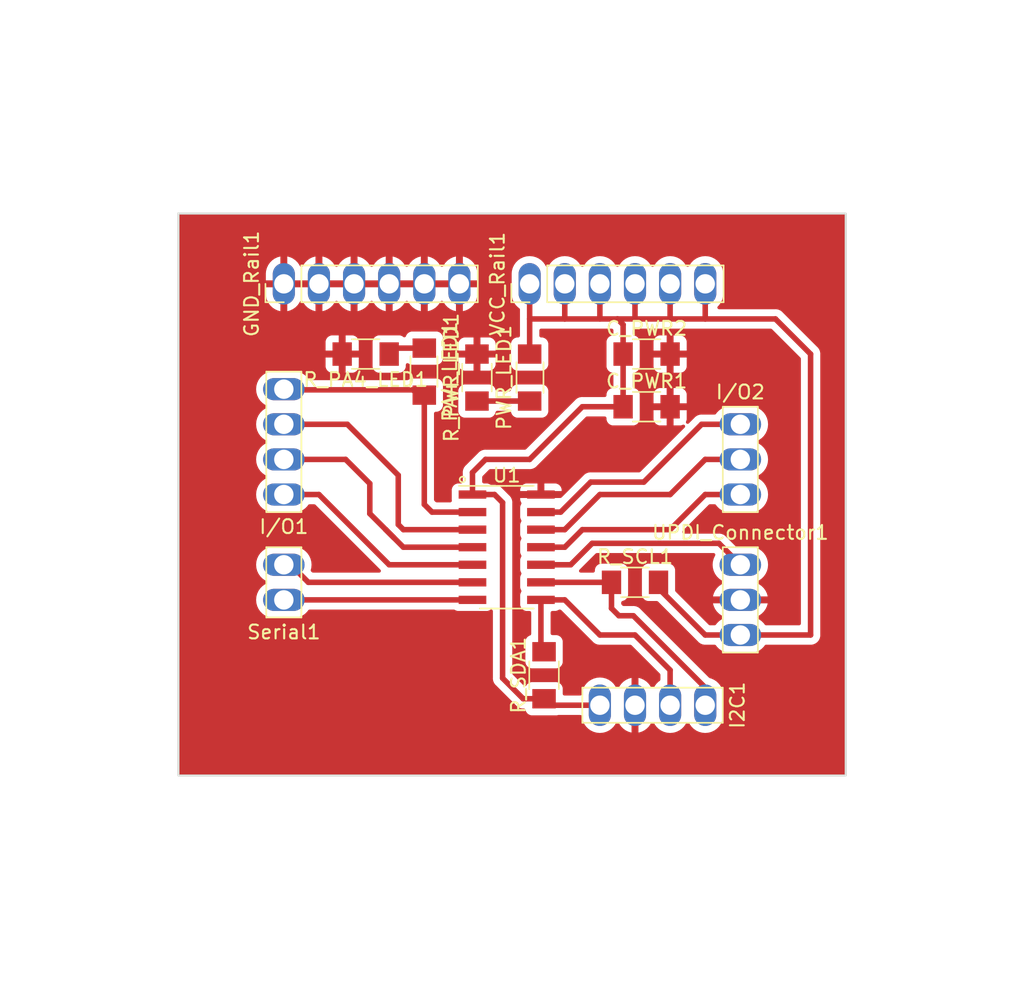
<source format=kicad_pcb>
(kicad_pcb (version 20221018) (generator pcbnew)
  (layers (0 "F.Cu" signal) (31 "B.Cu" signal) (34 "B.Paste" user) (35 "F.Paste" user) (36 "B.SilkS" user "B.Silkscreen") (37 "F.SilkS" user "F.Silkscreen") (38 "B.Mask" user) (39 "F.Mask" user) (44 "Edge.Cuts" user))
  (net 0 "")
  (net 1 "VCC")
  (net 2 "GND")
  (net 3 "Net-(I/O1-Pin_2)")
  (net 4 "Net-(I/O1-Pin_3)")
  (net 5 "PA4")
  (net 6 "Net-(I/O1-Pin_1)")
  (net 7 "Net-(I/O2-Pin_2)")
  (net 8 "Net-(I/O2-Pin_3)")
  (net 9 "Net-(I/O2-Pin_1)")
  (net 10 "SDA")
  (net 11 "SCL")
  (net 12 "Net-(PA4_LED1-K)")
  (net 13 "Net-(PWR_LED1-K)")
  (net 14 "RXD")
  (net 15 "TXD")
  (net 16 "UPDI")
  (footprint "fab:PinHeader_1x03_P2.54mm_Vertical_THT_D1.4mm" (layer "F.Cu") (at 175.26 86.36)
    (fp_text reference "UPDI_Connector1" (at 0 -2.33) (layer "F.SilkS"))
    (fp_text value "Conn_PinHeader_1x03_P2.54mm_Vertical_THT_D1.4mm")
    (fp_line (start -1.27 -1.27) (end -1.27 6.35) (stroke (width 0.12)) (layer "F.SilkS"))
    (fp_line (start -1.27 -1.27) (end 1.27 -1.27) (stroke (width 0.12)) (layer "F.SilkS"))
    (fp_line (start -1.27 6.35) (end 1.27 6.35) (stroke (width 0.12)) (layer "F.SilkS"))
    (fp_line (start 1.27 -1.27) (end 1.27 6.35) (stroke (width 0.12)) (layer "F.SilkS"))
    (pad "1" thru_hole oval (at 0 0) (size 3 1.6) (drill 1.4) (layers "*.Cu" "*.Mask") (net 16 "UPDI"))
    (pad "2" thru_hole oval (at 0 2.54) (size 3 1.6) (drill 1.4) (layers "*.Cu" "*.Mask") (net 2 "GND"))
    (pad "3" thru_hole oval (at 0 5.08) (size 3 1.6) (drill 1.4) (layers "*.Cu" "*.Mask") (net 1 "VCC"))
  )
  (footprint "fab:C_1206" (layer "F.Cu") (at 168.48 74.93)
    (fp_text reference "C_PWR1" (at 0 -1.85) (layer "F.SilkS"))
    (fp_text value "1uf")
    (fp_line (start -1 -1.07) (end 1 -1.07) (stroke (width 0.12)) (layer "F.SilkS"))
    (fp_line (start 1 1.07) (end -1 1.07) (stroke (width 0.12)) (layer "F.SilkS"))
    (pad "1" smd rect (at -1.7 0) (size 1.4 1.7) (layers "F.Cu" "F.Paste" "F.Mask") (net 1 "VCC"))
    (pad "2" smd rect (at 1.7 0) (size 1.4 1.7) (layers "F.Cu" "F.Paste" "F.Mask") (net 2 "GND"))
  )
  (footprint "fab:PinHeader_1x02_P2.54mm_Vertical_THT_D1.4mm" (layer "F.Cu") (at 142.24 88.9 180)
    (fp_text reference "Serial1" (at 0 -2.33) (layer "F.SilkS"))
    (fp_text value "Conn_PinHeader_1x02_P2.54mm_Vertical_THT_D1.4mm")
    (fp_line (start -1.27 -1.27) (end -1.27 3.81) (stroke (width 0.12)) (layer "F.SilkS"))
    (fp_line (start -1.27 -1.27) (end 1.27 -1.27) (stroke (width 0.12)) (layer "F.SilkS"))
    (fp_line (start -1.27 3.81) (end 1.27 3.81) (stroke (width 0.12)) (layer "F.SilkS"))
    (fp_line (start 1.27 -1.27) (end 1.27 3.81) (stroke (width 0.12)) (layer "F.SilkS"))
    (pad "1" thru_hole oval (at 0 0 180) (size 3 1.6) (drill 1.4) (layers "*.Cu" "*.Mask") (net 15 "TXD"))
    (pad "2" thru_hole oval (at 0 2.54 180) (size 3 1.6) (drill 1.4) (layers "*.Cu" "*.Mask") (net 14 "RXD"))
  )
  (footprint "fab:LED_1206" (layer "F.Cu") (at 160.02 72.82 90)
    (fp_text reference "PWR_LED1" (at 0 -1.85 90) (layer "F.SilkS"))
    (fp_text value "LED")
    (fp_line (start -1.1 -0.95) (end 1.1 -0.95) (stroke (width 0.12)) (layer "F.SilkS"))
    (fp_line (start -1.1 1) (end 1.1 1) (stroke (width 0.12)) (layer "F.SilkS"))
    (pad "1" smd rect (at -1.7 0 90) (size 1.4 1.7) (layers "F.Cu" "F.Paste" "F.Mask") (net 13 "Net-(PWR_LED1-K)"))
    (pad "2" smd rect (at 1.7 0 90) (size 1.4 1.7) (layers "F.Cu" "F.Paste" "F.Mask") (net 1 "VCC"))
  )
  (footprint "fab:PinHeader_1x03_P2.54mm_Vertical_THT_D1.4mm" (layer "F.Cu") (at 175.26 76.2)
    (fp_text reference "I/O2" (at 0 -2.33) (layer "F.SilkS"))
    (fp_text value "Conn_PinHeader_1x03_P2.54mm_Vertical_THT_D1.4mm")
    (fp_line (start -1.27 -1.27) (end -1.27 6.35) (stroke (width 0.12)) (layer "F.SilkS"))
    (fp_line (start -1.27 -1.27) (end 1.27 -1.27) (stroke (width 0.12)) (layer "F.SilkS"))
    (fp_line (start -1.27 6.35) (end 1.27 6.35) (stroke (width 0.12)) (layer "F.SilkS"))
    (fp_line (start 1.27 -1.27) (end 1.27 6.35) (stroke (width 0.12)) (layer "F.SilkS"))
    (pad "1" thru_hole oval (at 0 0) (size 3 1.6) (drill 1.4) (layers "*.Cu" "*.Mask") (net 9 "Net-(I/O2-Pin_1)"))
    (pad "2" thru_hole oval (at 0 2.54) (size 3 1.6) (drill 1.4) (layers "*.Cu" "*.Mask") (net 7 "Net-(I/O2-Pin_2)"))
    (pad "3" thru_hole oval (at 0 5.08) (size 3 1.6) (drill 1.4) (layers "*.Cu" "*.Mask") (net 8 "Net-(I/O2-Pin_3)"))
  )
  (footprint "fab:R_1206" (layer "F.Cu") (at 167.64 87.63)
    (fp_text reference "R_SCL1" (at 0 -1.85) (layer "F.SilkS"))
    (fp_text value "4.7k")
    (fp_line (start -1 -1.07) (end 1 -1.07) (stroke (width 0.12)) (layer "F.SilkS"))
    (fp_line (start 1 1.07) (end -1 1.07) (stroke (width 0.12)) (layer "F.SilkS"))
    (pad "1" smd rect (at -1.7 0) (size 1.4 1.7) (layers "F.Cu" "F.Paste" "F.Mask") (net 11 "SCL"))
    (pad "2" smd rect (at 1.7 0) (size 1.4 1.7) (layers "F.Cu" "F.Paste" "F.Mask") (net 1 "VCC"))
  )
  (footprint "fab:PinHeader_1x04_P2.54mm_Vertical_THT_D1.4mm" (layer "F.Cu") (at 172.72 96.52 -90)
    (fp_text reference "I2C1" (at 0 -2.33 90) (layer "F.SilkS"))
    (fp_text value "Conn_PinHeader_1x04_P2.54mm_Vertical_THT_D1.4mm")
    (fp_line (start -1.27 -1.27) (end -1.27 8.89) (stroke (width 0.12)) (layer "F.SilkS"))
    (fp_line (start -1.27 -1.27) (end 1.27 -1.27) (stroke (width 0.12)) (layer "F.SilkS"))
    (fp_line (start -1.27 8.89) (end 1.27 8.89) (stroke (width 0.12)) (layer "F.SilkS"))
    (fp_line (start 1.27 -1.27) (end 1.27 8.89) (stroke (width 0.12)) (layer "F.SilkS"))
    (pad "1" thru_hole oval (at 0 0 270) (size 3 1.6) (drill 1.4) (layers "*.Cu" "*.Mask") (net 11 "SCL"))
    (pad "2" thru_hole oval (at 0 2.54 270) (size 3 1.6) (drill 1.4) (layers "*.Cu" "*.Mask") (net 10 "SDA"))
    (pad "3" thru_hole oval (at 0 5.08 270) (size 3 1.6) (drill 1.4) (layers "*.Cu" "*.Mask") (net 2 "GND"))
    (pad "4" thru_hole oval (at 0 7.62 270) (size 3 1.6) (drill 1.4) (layers "*.Cu" "*.Mask") (net 1 "VCC"))
  )
  (footprint "fab:R_1206" (layer "F.Cu") (at 148.16 71.12 180)
    (fp_text reference "R_PA4_LED1" (at 0 -1.85) (layer "F.SilkS"))
    (fp_text value "499")
    (fp_line (start -1 -1.07) (end 1 -1.07) (stroke (width 0.12)) (layer "F.SilkS"))
    (fp_line (start 1 1.07) (end -1 1.07) (stroke (width 0.12)) (layer "F.SilkS"))
    (pad "1" smd rect (at -1.7 0 180) (size 1.4 1.7) (layers "F.Cu" "F.Paste" "F.Mask") (net 12 "Net-(PA4_LED1-K)"))
    (pad "2" smd rect (at 1.7 0 180) (size 1.4 1.7) (layers "F.Cu" "F.Paste" "F.Mask") (net 2 "GND"))
  )
  (footprint "fab:PinHeader_1x06_P2.54mm_Vertical_THT_D1.4mm" (layer "F.Cu") (at 160.02 66.04 90)
    (fp_text reference "VCC_Rail1" (at 0 -2.33 90) (layer "F.SilkS"))
    (fp_text value "Conn_PinHeader_1x06_P2.54mm_Vertical_THT_D1.4mm")
    (fp_line (start -1.33 -1.33) (end 0 -1.33) (stroke (width 0.12)) (layer "F.SilkS"))
    (fp_line (start -1.33 0) (end -1.33 -1.33) (stroke (width 0.12)) (layer "F.SilkS"))
    (fp_line (start -1.33 1.27) (end -1.33 14.03) (stroke (width 0.12)) (layer "F.SilkS"))
    (fp_line (start -1.33 1.27) (end 1.33 1.27) (stroke (width 0.12)) (layer "F.SilkS"))
    (fp_line (start -1.33 14.03) (end 1.33 14.03) (stroke (width 0.12)) (layer "F.SilkS"))
    (fp_line (start 1.33 1.27) (end 1.33 14.03) (stroke (width 0.12)) (layer "F.SilkS"))
    (pad "1" thru_hole oval (at 0 0 90) (size 3 1.6) (drill 1.4) (layers "*.Cu" "*.Mask") (net 1 "VCC"))
    (pad "2" thru_hole oval (at 0 2.54 90) (size 3 1.6) (drill 1.4) (layers "*.Cu" "*.Mask") (net 1 "VCC"))
    (pad "3" thru_hole oval (at 0 5.08 90) (size 3 1.6) (drill 1.4) (layers "*.Cu" "*.Mask") (net 1 "VCC"))
    (pad "4" thru_hole oval (at 0 7.62 90) (size 3 1.6) (drill 1.4) (layers "*.Cu" "*.Mask") (net 1 "VCC"))
    (pad "5" thru_hole oval (at 0 10.16 90) (size 3 1.6) (drill 1.4) (layers "*.Cu" "*.Mask") (net 1 "VCC"))
    (pad "6" thru_hole oval (at 0 12.7 90) (size 3 1.6) (drill 1.4) (layers "*.Cu" "*.Mask") (net 1 "VCC"))
  )
  (footprint "fab:R_1206" (layer "F.Cu") (at 161.0617 94.350774 90)
    (fp_text reference "R_SDA1" (at 0 -1.85 90) (layer "F.SilkS"))
    (fp_text value "4.7k")
    (fp_line (start -1 -1.07) (end 1 -1.07) (stroke (width 0.12)) (layer "F.SilkS"))
    (fp_line (start 1 1.07) (end -1 1.07) (stroke (width 0.12)) (layer "F.SilkS"))
    (pad "1" smd rect (at -1.7 0 90) (size 1.4 1.7) (layers "F.Cu" "F.Paste" "F.Mask") (net 1 "VCC"))
    (pad "2" smd rect (at 1.7 0 90) (size 1.4 1.7) (layers "F.Cu" "F.Paste" "F.Mask") (net 10 "SDA"))
  )
  (footprint "fab:R_1206" (layer "F.Cu") (at 156.21 72.82 90)
    (fp_text reference "R_PWR_LED1" (at 0 -1.85 90) (layer "F.SilkS"))
    (fp_text value "499")
    (fp_line (start -1 -1.07) (end 1 -1.07) (stroke (width 0.12)) (layer "F.SilkS"))
    (fp_line (start 1 1.07) (end -1 1.07) (stroke (width 0.12)) (layer "F.SilkS"))
    (pad "1" smd rect (at -1.7 0 90) (size 1.4 1.7) (layers "F.Cu" "F.Paste" "F.Mask") (net 13 "Net-(PWR_LED1-K)"))
    (pad "2" smd rect (at 1.7 0 90) (size 1.4 1.7) (layers "F.Cu" "F.Paste" "F.Mask") (net 2 "GND"))
  )
  (footprint "fab:SOIC-14_3.9x8.7mm_P1.27mm" (layer "F.Cu") (at 158.36 85.09)
    (fp_text reference "U1" (at 0 -5.2) (layer "F.SilkS"))
    (fp_text value "Microcontroller_ATtiny1614-SSFR")
    (fp_line (start 0 -4.435) (end -3.45 -4.435) (stroke (width 0.12)) (layer "F.SilkS"))
    (fp_line (start 0 -4.435) (end 1.95 -4.435) (stroke (width 0.12)) (layer "F.SilkS"))
    (fp_line (start 0 4.435) (end -1.95 4.435) (stroke (width 0.12)) (layer "F.SilkS"))
    (fp_line (start 0 4.435) (end 1.95 4.435) (stroke (width 0.12)) (layer "F.SilkS"))
    (fp_circle (center -3.2 -4.9) (end -3.2 -4.7) (stroke (width 0.12)) (fill none) (layer "F.SilkS"))
    (pad "1" smd rect (at -2.475 -3.81) (size 2 0.6) (layers "F.Cu" "F.Paste" "F.Mask") (net 1 "VCC"))
    (pad "2" smd rect (at -2.475 -2.54) (size 2 0.6) (layers "F.Cu" "F.Paste" "F.Mask") (net 5 "PA4"))
    (pad "3" smd rect (at -2.475 -1.27) (size 2 0.6) (layers "F.Cu" "F.Paste" "F.Mask") (net 4 "Net-(I/O1-Pin_3)"))
    (pad "4" smd rect (at -2.475 0) (size 2 0.6) (layers "F.Cu" "F.Paste" "F.Mask") (net 3 "Net-(I/O1-Pin_2)"))
    (pad "5" smd rect (at -2.475 1.27) (size 2 0.6) (layers "F.Cu" "F.Paste" "F.Mask") (net 6 "Net-(I/O1-Pin_1)"))
    (pad "6" smd rect (at -2.475 2.54) (size 2 0.6) (layers "F.Cu" "F.Paste" "F.Mask") (net 14 "RXD"))
    (pad "7" smd rect (at -2.475 3.81) (size 2 0.6) (layers "F.Cu" "F.Paste" "F.Mask") (net 15 "TXD"))
    (pad "8" smd rect (at 2.475 3.81) (size 2 0.6) (layers "F.Cu" "F.Paste" "F.Mask") (net 10 "SDA"))
    (pad "9" smd rect (at 2.475 2.54) (size 2 0.6) (layers "F.Cu" "F.Paste" "F.Mask") (net 11 "SCL"))
    (pad "10" smd rect (at 2.475 1.27) (size 2 0.6) (layers "F.Cu" "F.Paste" "F.Mask") (net 16 "UPDI"))
    (pad "11" smd rect (at 2.475 0) (size 2 0.6) (layers "F.Cu" "F.Paste" "F.Mask") (net 8 "Net-(I/O2-Pin_3)"))
    (pad "12" smd rect (at 2.475 -1.27) (size 2 0.6) (layers "F.Cu" "F.Paste" "F.Mask") (net 7 "Net-(I/O2-Pin_2)"))
    (pad "13" smd rect (at 2.475 -2.54) (size 2 0.6) (layers "F.Cu" "F.Paste" "F.Mask") (net 9 "Net-(I/O2-Pin_1)"))
    (pad "14" smd rect (at 2.475 -3.81) (size 2 0.6) (layers "F.Cu" "F.Paste" "F.Mask") (net 2 "GND"))
  )
  (footprint "fab:LED_1206" (layer "F.Cu") (at 152.4 72.39 -90)
    (fp_text reference "PA4_LED1" (at 0 -1.85 90) (layer "F.SilkS"))
    (fp_text value "LED")
    (fp_line (start -1.1 -0.95) (end 1.1 -0.95) (stroke (width 0.12)) (layer "F.SilkS"))
    (fp_line (start -1.1 1) (end 1.1 1) (stroke (width 0.12)) (layer "F.SilkS"))
    (pad "1" smd rect (at -1.7 0 270) (size 1.4 1.7) (layers "F.Cu" "F.Paste" "F.Mask") (net 12 "Net-(PA4_LED1-K)"))
    (pad "2" smd rect (at 1.7 0 270) (size 1.4 1.7) (layers "F.Cu" "F.Paste" "F.Mask") (net 5 "PA4"))
  )
  (footprint "fab:C_1206" (layer "F.Cu") (at 168.48 71.12)
    (fp_text reference "C_PWR2" (at 0 -1.85) (layer "F.SilkS"))
    (fp_text value "10uf")
    (fp_line (start -1 -1.07) (end 1 -1.07) (stroke (width 0.12)) (layer "F.SilkS"))
    (fp_line (start 1 1.07) (end -1 1.07) (stroke (width 0.12)) (layer "F.SilkS"))
    (pad "1" smd rect (at -1.7 0) (size 1.4 1.7) (layers "F.Cu" "F.Paste" "F.Mask") (net 1 "VCC"))
    (pad "2" smd rect (at 1.7 0) (size 1.4 1.7) (layers "F.Cu" "F.Paste" "F.Mask") (net 2 "GND"))
  )
  (footprint "fab:PinHeader_1x04_P2.54mm_Vertical_THT_D1.4mm" (layer "F.Cu") (at 142.24 81.28 180)
    (fp_text reference "I/O1" (at 0 -2.33) (layer "F.SilkS"))
    (fp_text value "Conn_PinHeader_1x04_P2.54mm_Vertical_THT_D1.4mm")
    (fp_line (start -1.27 -1.27) (end -1.27 8.89) (stroke (width 0.12)) (layer "F.SilkS"))
    (fp_line (start -1.27 -1.27) (end 1.27 -1.27) (stroke (width 0.12)) (layer "F.SilkS"))
    (fp_line (start -1.27 8.89) (end 1.27 8.89) (stroke (width 0.12)) (layer "F.SilkS"))
    (fp_line (start 1.27 -1.27) (end 1.27 8.89) (stroke (width 0.12)) (layer "F.SilkS"))
    (pad "1" thru_hole oval (at 0 0 180) (size 3 1.6) (drill 1.4) (layers "*.Cu" "*.Mask") (net 6 "Net-(I/O1-Pin_1)"))
    (pad "2" thru_hole oval (at 0 2.54 180) (size 3 1.6) (drill 1.4) (layers "*.Cu" "*.Mask") (net 3 "Net-(I/O1-Pin_2)"))
    (pad "3" thru_hole oval (at 0 5.08 180) (size 3 1.6) (drill 1.4) (layers "*.Cu" "*.Mask") (net 4 "Net-(I/O1-Pin_3)"))
    (pad "4" thru_hole oval (at 0 7.62 180) (size 3 1.6) (drill 1.4) (layers "*.Cu" "*.Mask") (net 5 "PA4"))
  )
  (footprint "fab:PinHeader_1x06_P2.54mm_Vertical_THT_D1.4mm" (layer "F.Cu") (at 142.24 66.04 90)
    (fp_text reference "GND_Rail1" (at 0 -2.33 90) (layer "F.SilkS"))
    (fp_text value "Conn_PinHeader_1x06_P2.54mm_Vertical_THT_D1.4mm")
    (fp_line (start -1.33 -1.33) (end 0 -1.33) (stroke (width 0.12)) (layer "F.SilkS"))
    (fp_line (start -1.33 0) (end -1.33 -1.33) (stroke (width 0.12)) (layer "F.SilkS"))
    (fp_line (start -1.33 1.27) (end -1.33 14.03) (stroke (width 0.12)) (layer "F.SilkS"))
    (fp_line (start -1.33 1.27) (end 1.33 1.27) (stroke (width 0.12)) (layer "F.SilkS"))
    (fp_line (start -1.33 14.03) (end 1.33 14.03) (stroke (width 0.12)) (layer "F.SilkS"))
    (fp_line (start 1.33 1.27) (end 1.33 14.03) (stroke (width 0.12)) (layer "F.SilkS"))
    (pad "1" thru_hole oval (at 0 0 90) (size 3 1.6) (drill 1.4) (layers "*.Cu" "*.Mask") (net 2 "GND"))
    (pad "2" thru_hole oval (at 0 2.54 90) (size 3 1.6) (drill 1.4) (layers "*.Cu" "*.Mask") (net 2 "GND"))
    (pad "3" thru_hole oval (at 0 5.08 90) (size 3 1.6) (drill 1.4) (layers "*.Cu" "*.Mask") (net 2 "GND"))
    (pad "4" thru_hole oval (at 0 7.62 90) (size 3 1.6) (drill 1.4) (layers "*.Cu" "*.Mask") (net 2 "GND"))
    (pad "5" thru_hole oval (at 0 10.16 90) (size 3 1.6) (drill 1.4) (layers "*.Cu" "*.Mask") (net 2 "GND"))
    (pad "6" thru_hole oval (at 0 12.7 90) (size 3 1.6) (drill 1.4) (layers "*.Cu" "*.Mask") (net 2 "GND"))
  )
  (gr_rect (start 134.62 60.96) (end 182.88 101.6) (stroke (width 0.15)) (fill none) (layer "Edge.Cuts"))
  (segment (start 166.78 71.12) (end 166.78 74.93) (width 0.4) (layer "F.Cu") (net 1))
  (segment (start 160.02 68.58) (end 162.56 68.58) (width 0.4) (layer "F.Cu") (net 1))
  (segment (start 155.885 79.685) (end 155.885 81.28) (width 0.4) (layer "F.Cu") (net 1))
  (segment (start 161.530926 96.52) (end 165.1 96.52) (width 0.4) (layer "F.Cu") (net 1))
  (segment (start 158.062646 94.562646) (end 159.550774 96.050774) (width 0.4) (layer "F.Cu") (net 1))
  (segment (start 159.550774 96.050774) (end 161.0617 96.050774) (width 0.4) (layer "F.Cu") (net 1))
  (segment (start 177.8 68.58) (end 180.34 71.12) (width 0.4) (layer "F.Cu") (net 1))
  (segment (start 166.78 68.99) (end 166.37 68.58) (width 0.4) (layer "F.Cu") (net 1))
  (segment (start 158.062646 81.862646) (end 158.062646 94.562646) (width 0.4) (layer "F.Cu") (net 1))
  (segment (start 170.18 68.58) (end 167.64 68.58) (width 0.4) (layer "F.Cu") (net 1))
  (segment (start 163.83 74.93) (end 160.02 78.74) (width 0.4) (layer "F.Cu") (net 1))
  (segment (start 166.37 68.58) (end 167.64 68.58) (width 0.4) (layer "F.Cu") (net 1))
  (segment (start 172.72 68.58) (end 177.8 68.58) (width 0.4) (layer "F.Cu") (net 1))
  (segment (start 172.72 66.04) (end 172.72 68.58) (width 0.4) (layer "F.Cu") (net 1))
  (segment (start 180.34 71.12) (end 180.34 91.44) (width 0.4) (layer "F.Cu") (net 1))
  (segment (start 170.18 66.04) (end 170.18 68.58) (width 0.4) (layer "F.Cu") (net 1))
  (segment (start 165.1 66.04) (end 165.1 68.58) (width 0.4) (layer "F.Cu") (net 1))
  (segment (start 172.72 91.44) (end 175.26 91.44) (width 0.4) (layer "F.Cu") (net 1))
  (segment (start 160.02 66.04) (end 160.02 68.58) (width 0.4) (layer "F.Cu") (net 1))
  (segment (start 166.78 74.93) (end 163.83 74.93) (width 0.4) (layer "F.Cu") (net 1))
  (segment (start 162.56 66.04) (end 162.56 68.58) (width 0.4) (layer "F.Cu") (net 1))
  (segment (start 161.0617 96.050774) (end 161.530926 96.52) (width 0.4) (layer "F.Cu") (net 1))
  (segment (start 169.34 87.63) (end 169.34 88.06) (width 0.4) (layer "F.Cu") (net 1))
  (segment (start 156.83 78.74) (end 155.885 79.685) (width 0.4) (layer "F.Cu") (net 1))
  (segment (start 160.02 78.74) (end 156.83 78.74) (width 0.4) (layer "F.Cu") (net 1))
  (segment (start 166.78 68.99) (end 166.78 71.12) (width 0.4) (layer "F.Cu") (net 1))
  (segment (start 162.56 68.58) (end 166.37 68.58) (width 0.4) (layer "F.Cu") (net 1))
  (segment (start 180.34 91.44) (end 175.26 91.44) (width 0.4) (layer "F.Cu") (net 1))
  (segment (start 160.02 68.58) (end 160.02 71.12) (width 0.4) (layer "F.Cu") (net 1))
  (segment (start 169.34 88.06) (end 172.72 91.44) (width 0.4) (layer "F.Cu") (net 1))
  (segment (start 157.48 81.28) (end 158.062646 81.862646) (width 0.4) (layer "F.Cu") (net 1))
  (segment (start 172.72 68.58) (end 170.18 68.58) (width 0.4) (layer "F.Cu") (net 1))
  (segment (start 167.64 66.04) (end 167.64 68.58) (width 0.4) (layer "F.Cu") (net 1))
  (segment (start 155.885 81.28) (end 157.48 81.28) (width 0.4) (layer "F.Cu") (net 1))
  (segment (start 150.885169 85.09) (end 155.885 85.09) (width 0.4) (layer "F.Cu") (net 3))
  (segment (start 148.458808 80.487938) (end 148.458808 82.661622) (width 0.4) (layer "F.Cu") (net 3))
  (segment (start 146.71087 78.74) (end 148.458808 80.487938) (width 0.4) (layer "F.Cu") (net 3))
  (segment (start 149.617186 83.822017) (end 150.191494 84.396325) (width 0.4) (layer "F.Cu") (net 3))
  (segment (start 149.617186 83.822017) (end 150.885169 85.09) (width 0.4) (layer "F.Cu") (net 3))
  (segment (start 142.24 78.74) (end 146.71087 78.74) (width 0.4) (layer "F.Cu") (net 3))
  (segment (start 149.617186 83.82) (end 149.617186 83.822017) (width 0.4) (layer "F.Cu") (net 3))
  (segment (start 148.458808 82.661622) (end 149.617186 83.82) (width 0.4) (layer "F.Cu") (net 3))
  (segment (start 150.517186 83.449225) (end 150.887961 83.82) (width 0.4) (layer "F.Cu") (net 4))
  (segment (start 142.24 76.2) (end 146.832208 76.2) (width 0.4) (layer "F.Cu") (net 4))
  (segment (start 146.832208 76.2) (end 150.517186 79.884978) (width 0.4) (layer "F.Cu") (net 4))
  (segment (start 150.887961 83.82) (end 155.885 83.82) (width 0.4) (layer "F.Cu") (net 4))
  (segment (start 150.517186 79.884978) (end 150.517186 83.449225) (width 0.4) (layer "F.Cu") (net 4))
  (segment (start 155.185 82.55) (end 155.885 82.55) (width 0.25) (layer "F.Cu") (net 5))
  (segment (start 152.4 74.52) (end 152.4 81.995066) (width 0.4) (layer "F.Cu") (net 5))
  (segment (start 152.954934 82.55) (end 155.885 82.55) (width 0.4) (layer "F.Cu") (net 5))
  (segment (start 151.588056 73.708056) (end 142.288056 73.708056) (width 0.4) (layer "F.Cu") (net 5))
  (segment (start 152.4 81.995066) (end 152.954934 82.55) (width 0.4) (layer "F.Cu") (net 5))
  (segment (start 142.288056 73.708056) (end 142.24 73.66) (width 0.4) (layer "F.Cu") (net 5))
  (segment (start 152.4 74.52) (end 151.588056 73.708056) (width 0.4) (layer "F.Cu") (net 5))
  (segment (start 144.78 81.28) (end 149.86 86.36) (width 0.4) (layer "F.Cu") (net 6))
  (segment (start 142.24 81.28) (end 144.78 81.28) (width 0.4) (layer "F.Cu") (net 6))
  (segment (start 149.86 86.36) (end 155.885 86.36) (width 0.4) (layer "F.Cu") (net 6))
  (segment (start 175.26 78.74) (end 172.72 78.74) (width 0.4) (layer "F.Cu") (net 7))
  (segment (start 162.56 83.82) (end 165.1 81.28) (width 0.4) (layer "F.Cu") (net 7))
  (segment (start 172.72 78.74) (end 170.18 81.28) (width 0.4) (layer "F.Cu") (net 7))
  (segment (start 165.1 81.28) (end 170.18 81.28) (width 0.4) (layer "F.Cu") (net 7))
  (segment (start 160.835 83.82) (end 162.56 83.82) (width 0.4) (layer "F.Cu") (net 7))
  (segment (start 170.18 83.82) (end 163.832792 83.82) (width 0.4) (layer "F.Cu") (net 8))
  (segment (start 172.72 81.28) (end 170.18 83.82) (width 0.4) (layer "F.Cu") (net 8))
  (segment (start 175.26 81.28) (end 172.72 81.28) (width 0.4) (layer "F.Cu") (net 8))
  (segment (start 162.562792 85.09) (end 160.835 85.09) (width 0.4) (layer "F.Cu") (net 8))
  (segment (start 163.832792 83.82) (end 162.562792 85.09) (width 0.4) (layer "F.Cu") (net 8))
  (segment (start 160.835 82.55) (end 162.265 82.55) (width 0.4) (layer "F.Cu") (net 9))
  (segment (start 172.459817 76.2) (end 175.26 76.2) (width 0.4) (layer "F.Cu") (net 9))
  (segment (start 173.99 76.2) (end 175.563382 76.2) (width 0.4) (layer "F.Cu") (net 9))
  (segment (start 162.265 82.55) (end 164.435 80.38) (width 0.4) (layer "F.Cu") (net 9))
  (segment (start 164.435 80.38) (end 168.279817 80.38) (width 0.4) (layer "F.Cu") (net 9))
  (segment (start 168.279817 80.38) (end 172.459817 76.2) (width 0.4) (layer "F.Cu") (net 9))
  (segment (start 162.56 88.9) (end 165.1 91.44) (width 0.4) (layer "F.Cu") (net 10))
  (segment (start 160.835 88.9) (end 162.56 88.9) (width 0.4) (layer "F.Cu") (net 10))
  (segment (start 160.835 92.424074) (end 160.835 88.9) (width 0.4) (layer "F.Cu") (net 10))
  (segment (start 167.64 91.44) (end 170.18 93.98) (width 0.4) (layer "F.Cu") (net 10))
  (segment (start 165.1 91.44) (end 167.64 91.44) (width 0.4) (layer "F.Cu") (net 10))
  (segment (start 170.18 93.98) (end 170.18 96.52) (width 0.4) (layer "F.Cu") (net 10))
  (segment (start 161.0617 92.650774) (end 160.835 92.424074) (width 0.4) (layer "F.Cu") (net 10))
  (segment (start 160.835 87.63) (end 165.94 87.63) (width 0.4) (layer "F.Cu") (net 11))
  (segment (start 167.518954 90.046162) (end 172.72 95.247208) (width 0.4) (layer "F.Cu") (net 11))
  (segment (start 165.94 89.510142) (end 166.47602 90.046162) (width 0.4) (layer "F.Cu") (net 11))
  (segment (start 166.47602 90.046162) (end 167.518954 90.046162) (width 0.4) (layer "F.Cu") (net 11))
  (segment (start 172.72 95.247208) (end 172.72 96.52) (width 0.4) (layer "F.Cu") (net 11))
  (segment (start 165.94 87.63) (end 165.94 89.510142) (width 0.4) (layer "F.Cu") (net 11))
  (segment (start 149.86 71.12) (end 150.29 70.69) (width 0.4) (layer "F.Cu") (net 12))
  (segment (start 151.97 70.69) (end 152.4 71.12) (width 0.4) (layer "F.Cu") (net 12))
  (segment (start 150.29 70.69) (end 151.97 70.69) (width 0.4) (layer "F.Cu") (net 12))
  (segment (start 160.02 74.52) (end 156.21 74.52) (width 0.4) (layer "F.Cu") (net 13))
  (segment (start 142.74 86.36) (end 144.01 87.63) (width 0.4) (layer "F.Cu") (net 14))
  (segment (start 144.01 87.63) (end 155.885 87.63) (width 0.4) (layer "F.Cu") (net 14))
  (segment (start 142.24 86.36) (end 142.74 86.36) (width 0.4) (layer "F.Cu") (net 14))
  (segment (start 142.24 88.9) (end 155.885 88.9) (width 0.4) (layer "F.Cu") (net 15))
  (segment (start 164.54 84.81) (end 173.71 84.81) (width 0.4) (layer "F.Cu") (net 16))
  (segment (start 173.71 84.81) (end 175.26 86.36) (width 0.4) (layer "F.Cu") (net 16))
  (segment (start 160.835 86.36) (end 162.99 86.36) (width 0.4) (layer "F.Cu") (net 16))
  (segment (start 162.99 86.36) (end 164.54 84.81) (width 0.4) (layer "F.Cu") (net 16))
  (zone (net 2) (net_name "GND") (layer "F.Cu") (connect_pads (clearance 0.5)) (min_thickness 0.25) (fill yes (thermal_gap 0.5) (thermal_bridge_width 0.5))
    (polygon (pts (xy 134.62 60.96) (xy 182.88 60.96) (xy 182.88 101.6) (xy 134.62 101.6)))
  )
)
</source>
